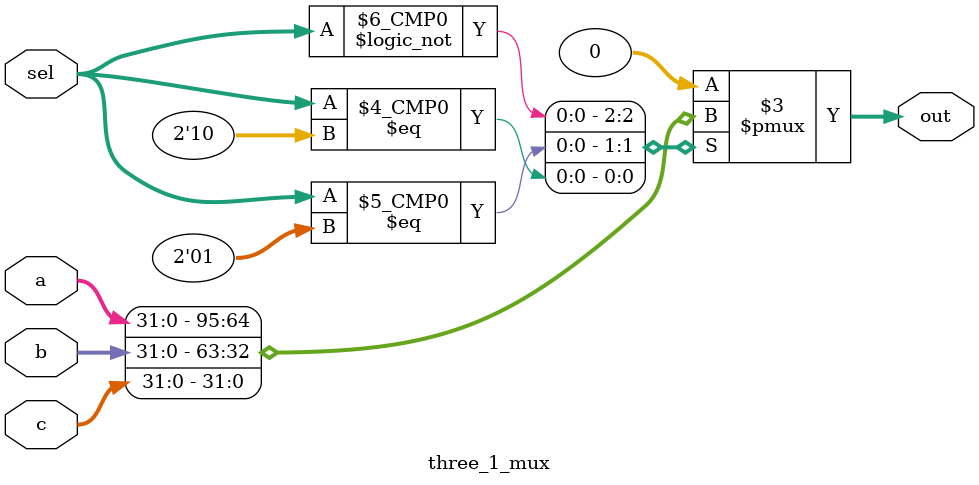
<source format=v>
`timescale 1ns / 1ps


module three_1_mux(
    input [31:0] a,
    input [31:0] b,
    input [31:0] c,
    input  [1:0] sel,
    output reg [31:0] out
);
    always @(*) begin
        case (sel)
            2'b00: out = a;
            2'b01: out = b; 
            2'b10: out = c; 
            default: out = 32'b0; 
        endcase
    end
endmodule

</source>
